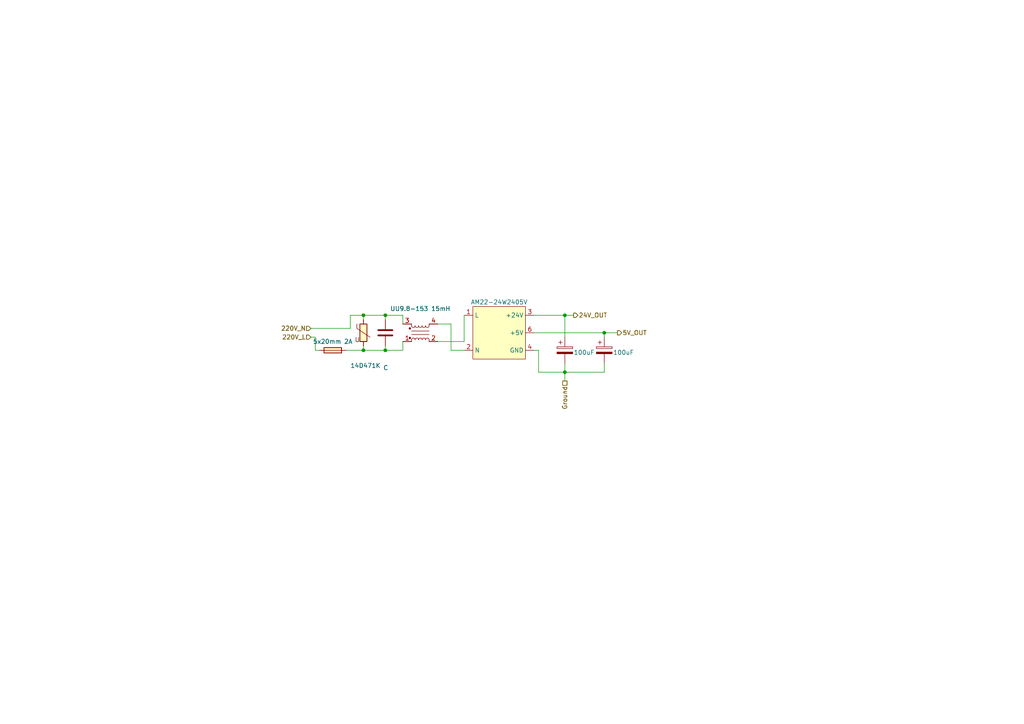
<source format=kicad_sch>
(kicad_sch (version 20231120) (generator "eeschema") (generator_version "8.0")
  (paper "A4")
  (lib_symbols
    (symbol "Device:C" (pin_numbers hide) (pin_names (offset 0.254))
      (property "Reference" "C" (at 0.635 2.54 0))
      (property "Value" "C" (at 0.635 -2.54 0))
      (symbol "C_0_1"
        (polyline (pts (xy -2.032 -0.762) (xy 2.032 -0.762)) (stroke (width 0.508)))
        (polyline (pts (xy -2.032 0.762) (xy 2.032 0.762)) (stroke (width 0.508)))
      )
      (symbol "C_1_1"
        (pin passive line (at 0 3.81 270) (length 2.794) (name "~") (number "1"))
        (pin passive line (at 0 -3.81 90) (length 2.794) (name "~") (number "2"))
      )
    )
    (symbol "Device:C_Polarized" (pin_numbers hide) (pin_names (offset 0.254))
      (property "Reference" "C" (at 0.635 2.54 0))
      (property "Value" "C_Polarized" (at 0.635 -2.54 0))
      (symbol "C_Polarized_0_1"
        (rectangle (start -2.286 0.508) (end 2.286 1.016))
        (polyline (pts (xy -1.778 2.286) (xy -0.762 2.286)))
        (polyline (pts (xy -1.27 2.794) (xy -1.27 1.778)))
        (rectangle (start 2.286 -0.508) (end -2.286 -1.016) (fill (type outline)))
      )
      (symbol "C_Polarized_1_1"
        (pin passive line (at 0 3.81 270) (length 2.794) (name "~") (number "1"))
        (pin passive line (at 0 -3.81 90) (length 2.794) (name "~") (number "2"))
      )
    )
    (symbol "IVS_SYMBOLS:Filter_EMI_LL" (pin_names (offset 0.254) hide)
      (property "Reference" "FL" (at 0 4.445 0))
      (property "Value" "Filter_EMI_LL" (at 0 -4.445 0))
      (symbol "Filter_EMI_LL_0_1"
        (circle (center -3.048 -1.27) (radius 0.254) (fill (type outline)))
        (circle (center -3.048 1.524) (radius 0.254) (fill (type outline)))
        (arc (start -2.54 2.032) (mid -2.032 1.5262) (end -1.524 2.032))
        (arc (start -1.524 -2.032) (mid -2.032 -1.5262) (end -2.54 -2.032))
        (arc (start -1.524 2.032) (mid -1.016 1.5262) (end -0.508 2.032))
        (arc (start -0.508 -2.032) (mid -1.016 -1.5262) (end -1.524 -2.032))
        (arc (start -0.508 2.032) (mid 0 1.5262) (end 0.508 2.032))
        (polyline (pts (xy -2.54 -2.032) (xy -2.54 -2.54)))
        (polyline (pts (xy -2.54 0.508) (xy 2.54 0.508)))
        (polyline (pts (xy -2.54 2.032) (xy -2.54 2.54)))
        (polyline (pts (xy 2.54 -2.032) (xy 2.54 -2.54)))
        (polyline (pts (xy 2.54 -0.508) (xy -2.54 -0.508)))
        (polyline (pts (xy 2.54 2.54) (xy 2.54 2.032)))
        (arc (start 0.508 -2.032) (mid 0 -1.5262) (end -0.508 -2.032))
        (arc (start 0.508 2.032) (mid 1.016 1.5262) (end 1.524 2.032))
        (arc (start 1.524 -2.032) (mid 1.016 -1.5262) (end 0.508 -2.032))
        (arc (start 1.524 2.032) (mid 2.032 1.5262) (end 2.54 2.032))
        (arc (start 2.54 -2.032) (mid 2.032 -1.5262) (end 1.524 -2.032))
      )
      (symbol "Filter_EMI_LL_1_1"
        (pin passive line (at -5.08 2.54 0) (length 2.54) (name "1") (number "1"))
        (pin passive line (at 5.08 2.54 180) (length 2.54) (name "2") (number "2"))
        (pin passive line (at -5.08 -2.54 0) (length 2.54) (name "3") (number "3"))
        (pin passive line (at 5.08 -2.54 180) (length 2.54) (name "4") (number "4"))
      )
    )
    (symbol "IVS_SYMBOLS:Fuse" (pin_numbers hide) (pin_names (offset 0))
      (property "Reference" "F" (at 0 2.032 0))
      (property "Value" "Fuse" (at 0 -1.905 0))
      (symbol "Fuse_0_1"
        (polyline (pts (xy -2.54 0) (xy 2.54 0)))
      )
      (symbol "Fuse_1_1"
        (rectangle (start -2.54 0.762) (end 2.54 -0.762) (stroke (width 0.254)) (fill (type background)))
        (pin passive line (at -3.81 0 0) (length 1.27) (name "~") (number "1"))
        (pin passive line (at 3.81 0 180) (length 1.27) (name "~") (number "2"))
      )
    )
    (symbol "IVS_SYMBOLS:Varistor" (pin_numbers hide) (pin_names (offset 0))
      (property "Reference" "RV" (at 3.175 0 90))
      (property "Value" "Varistor" (at -3.175 0 90))
      (symbol "Varistor_0_0"
        (text "U" (at -1.778 -2.032 0) (effects (font (size 1.27 1.27))))
      )
      (symbol "Varistor_0_1"
        (polyline (pts (xy -1.905 2.54) (xy -1.905 1.27) (xy 1.905 -1.27)))
      )
      (symbol "Varistor_1_1"
        (rectangle (start -1.016 2.54) (end 1.016 -2.54) (stroke (width 0.254)) (fill (type background)))
        (pin passive line (at 0 3.81 270) (length 1.27) (name "~") (number "1"))
        (pin passive line (at 0 -3.81 90) (length 1.27) (name "~") (number "2"))
      )
    )
    (symbol "SpiritBoi_Library:AM22-24W2405V"
      (property "Reference" "U" (at 0 0 0))
      (property "Value" "AM22-24W2405V" (at 0 -10.16 0))
      (symbol "AM22-24W2405V_0_1"
        (rectangle (start -7.62 7.62) (end 7.62 -7.62) (fill (type background)))
      )
      (symbol "AM22-24W2405V_1_1"
        (pin power_in line (at -10.16 5.08 0) (length 2.54) (name "L") (number "1"))
        (pin power_in line (at -10.16 -5.08 0) (length 2.54) (name "N") (number "2"))
        (pin power_out line (at 10.16 5.08 180) (length 2.54) (name "+24V") (number "3"))
        (pin power_out line (at 10.16 -5.08 180) (length 2.54) (name "GND") (number "4"))
        (pin input line (at 10.16 -5.08 180) (length 2.54) hide (name "GND") (number "5"))
        (pin input line (at 10.16 0 180) (length 2.54) (name "+5V") (number "6"))
      )
    )
  )
  (junction (at 105.41 91.44))
  (junction (at 163.83 107.95))
  (junction (at 111.76 91.44))
  (junction (at 111.76 101.6))
  (junction (at 105.41 101.6))
  (junction (at 163.83 91.44))
  (junction (at 175.26 96.52))
  (wire (pts (xy 154.94 96.52) (xy 175.26 96.52)))
  (wire (pts (xy 116.84 99.06) (xy 116.84 101.6)))
  (wire (pts (xy 156.21 107.95) (xy 156.21 101.6)))
  (wire (pts (xy 111.76 91.44) (xy 116.84 91.44)))
  (wire (pts (xy 100.33 101.6) (xy 105.41 101.6)))
  (wire (pts (xy 166.37 91.44) (xy 163.83 91.44)))
  (wire (pts (xy 130.81 93.98) (xy 130.81 101.6)))
  (wire (pts (xy 127 99.06) (xy 134.62 99.06)))
  (wire (pts (xy 91.44 101.6) (xy 92.71 101.6)))
  (wire (pts (xy 101.6 91.44) (xy 105.41 91.44)))
  (wire (pts (xy 127 93.98) (xy 130.81 93.98)))
  (wire (pts (xy 111.76 100.33) (xy 111.76 101.6)))
  (wire (pts (xy 163.83 91.44) (xy 163.83 97.79)))
  (wire (pts (xy 175.26 96.52) (xy 175.26 97.79)))
  (wire (pts (xy 91.44 97.79) (xy 90.17 97.79)))
  (wire (pts (xy 105.41 91.44) (xy 105.41 92.71)))
  (wire (pts (xy 163.83 105.41) (xy 163.83 107.95)))
  (wire (pts (xy 175.26 105.41) (xy 175.26 107.95)))
  (wire (pts (xy 154.94 91.44) (xy 163.83 91.44)))
  (wire (pts (xy 105.41 101.6) (xy 111.76 101.6)))
  (wire (pts (xy 163.83 107.95) (xy 163.83 110.49)))
  (wire (pts (xy 134.62 99.06) (xy 134.62 91.44)))
  (wire (pts (xy 111.76 101.6) (xy 116.84 101.6)))
  (wire (pts (xy 130.81 101.6) (xy 134.62 101.6)))
  (wire (pts (xy 175.26 96.52) (xy 179.07 96.52)))
  (wire (pts (xy 156.21 101.6) (xy 154.94 101.6)))
  (wire (pts (xy 175.26 107.95) (xy 163.83 107.95)))
  (wire (pts (xy 105.41 100.33) (xy 105.41 101.6)))
  (wire (pts (xy 101.6 95.25) (xy 101.6 91.44)))
  (wire (pts (xy 91.44 101.6) (xy 91.44 97.79)))
  (wire (pts (xy 105.41 91.44) (xy 111.76 91.44)))
  (wire (pts (xy 90.17 95.25) (xy 101.6 95.25)))
  (wire (pts (xy 116.84 91.44) (xy 116.84 93.98)))
  (wire (pts (xy 111.76 91.44) (xy 111.76 92.71)))
  (wire (pts (xy 156.21 107.95) (xy 163.83 107.95)))
  (hierarchical_label "220V_L" (shape input) (at 90.17 97.79 180))
  (hierarchical_label "24V_OUT" (shape output) (at 166.37 91.44 0))
  (hierarchical_label "220V_N" (shape input) (at 90.17 95.25 180))
  (hierarchical_label "24V_OUT" (shape output) (at 166.37 91.44 0))
  (hierarchical_label "Ground" (shape passive) (at 163.83 110.49 270))
  (hierarchical_label "Ground" (shape passive) (at 163.83 110.49 270))
  (hierarchical_label "220V_L" (shape input) (at 90.17 97.79 180))
  (hierarchical_label "220V_N" (shape input) (at 90.17 95.25 180))
  (hierarchical_label "5V_OUT" (shape output) (at 179.07 96.52 0))
  (hierarchical_label "5V_OUT" (shape output) (at 179.07 96.52 0))
  (symbol (lib_id "IVS_SYMBOLS:Fuse") (at 96.52 101.6 0) (unit 1)
    (property "Reference" "F1" (effects (hide yes)))
    (property "Value" "5x20mm 2A" (at 96.52 99.06 0))
    (property "Footprint" "SpiritBoi_Footprint_Library:Fuse_BLX-A-P22.4mm" (effects (hide yes)))
    (instances (project "DongTamV2" (path "" (reference "F1") (unit 1))) (project "dongtam" (path "" (reference "F?") (unit 1))))
  )
  (symbol (lib_id "Device:C") (at 111.76 96.52 0) (unit 1)
    (property "Reference" "C1" (effects (hide yes)))
    (property "Value" "C" (at 111.125 106.68 0) (effects (justify left)))
    (property "Footprint" "SpiritBoi_Footprint_Library:C-Polyester-Rect-L16.5mm-W5.0mm-P15.00mm-MKT" (effects (hide yes)))
    (instances (project "DongTamV2" (path "" (reference "C1") (unit 1))) (project "dongtam" (path "" (reference "C?") (unit 1))))
  )
  (symbol (lib_id "IVS_SYMBOLS:Filter_EMI_LL") (at 121.92 96.52 0) (mirror x) (unit 1)
    (property "Reference" "FL1" (effects (hide yes)))
    (property "Value" "UU9.8-153 15mH" (at 121.92 89.535 0))
    (property "Footprint" "SpiritBoi_Footprint_Library:ACFilterChoke-UU9.8" (effects (hide yes)))
  )
  (symbol (lib_id "IVS_SYMBOLS:Varistor") (at 105.41 96.52 0) (unit 1)
    (property "Reference" "RV1" (effects (hide yes)))
    (property "Value" "14D471K" (at 101.6 106.045 0) (effects (justify left)))
    (property "Footprint" "Varistor:RV_Disc_D12mm_W5.8mm_P7.5mm" (effects (hide yes)))
    (property "Sim.Name" "kicad_builtin_varistor" (effects (hide yes)))
    (property "Sim.Device" "SUBCKT" (effects (hide yes)))
    (property "Sim.Pins" "1=A 2=B" (effects (hide yes)))
    (property "Sim.Params" "threshold=1k" (effects (hide yes)))
    (property "Sim.Library" "${KICAD7_SYMBOL_DIR}/Simulation_SPICE.sp" (effects (hide yes)))
    (instances (project "DongTamV2" (path "" (reference "RV1") (unit 1))) (project "dongtam" (path "" (reference "RV?") (unit 1))))
  )
  (symbol (lib_id "Device:C_Polarized") (at 175.26 101.6 0) (unit 1)
    (property "Reference" "C3" (effects (hide yes)))
    (property "Value" "100uF" (at 177.8 102.235 0) (effects (justify left)))
    (property "Footprint" "SpiritBoi_Footprint_Library:CP-Alu-SMD-8x10.5mm" (effects (hide yes)))
    (instances (project "DongTamV2" (path "" (reference "C3") (unit 1))) (project "dongtam" (path "" (reference "C?") (unit 1))))
  )
  (symbol (lib_id "SpiritBoi_Library:AM22-24W2405V") (at 144.78 96.52 0) (unit 1)
    (property "Reference" "U1" (effects (hide yes)))
    (property "Value" "AM22-24W2405V" (at 144.78 87.63 0))
    (property "Footprint" "SpiritBoi_Footprint_Library:DualPowerSupply-24W_24V_05V_AM22" (effects (hide yes)))
    (instances (project "DongTamV2" (path "" (reference "U1") (unit 1))) (project "dongtam" (path "" (reference "U?") (unit 1))))
  )
  (symbol (lib_id "Device:C_Polarized") (at 163.83 101.6 0) (unit 1)
    (property "Reference" "C2" (effects (hide yes)))
    (property "Value" "100uF" (at 166.37 102.235 0) (effects (justify left)))
    (property "Footprint" "SpiritBoi_Footprint_Library:CP-Alu-SMD-8x10.5mm" (effects (hide yes)))
    (instances (project "DongTamV2" (path "" (reference "C2") (unit 1))) (project "dongtam" (path "" (reference "C?") (unit 1))))
  )
)
</source>
